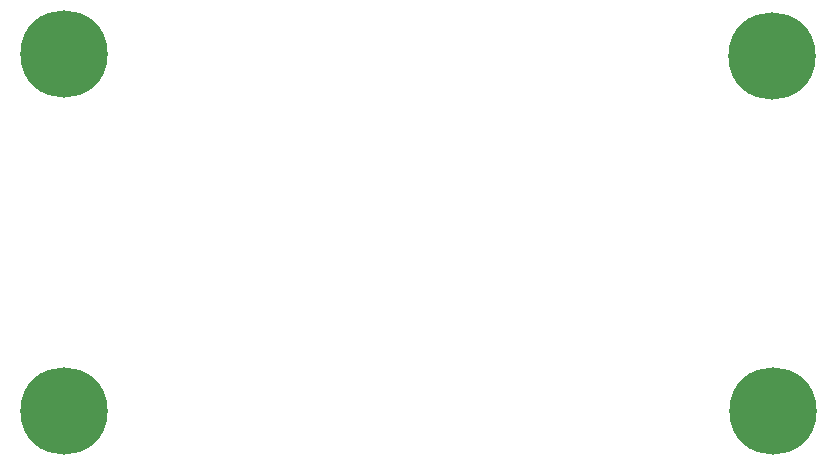
<source format=gbr>
G04 #@! TF.GenerationSoftware,KiCad,Pcbnew,(5.0.0-3-g5ebb6b6)*
G04 #@! TF.CreationDate,2019-05-02T12:54:52+02:00*
G04 #@! TF.ProjectId,Encoder assembly 1,456E636F64657220617373656D626C79,rev?*
G04 #@! TF.SameCoordinates,Original*
G04 #@! TF.FileFunction,Soldermask,Bot*
G04 #@! TF.FilePolarity,Negative*
%FSLAX46Y46*%
G04 Gerber Fmt 4.6, Leading zero omitted, Abs format (unit mm)*
G04 Created by KiCad (PCBNEW (5.0.0-3-g5ebb6b6)) date Thursday, 02 May 2019 at 12:54:52*
%MOMM*%
%LPD*%
G01*
G04 APERTURE LIST*
%ADD10C,7.400000*%
G04 APERTURE END LIST*
D10*
G04 #@! TO.C,REF\002A\002A*
X77600000Y-65700000D03*
G04 #@! TD*
G04 #@! TO.C,REF\002A\002A*
X77600000Y-95850000D03*
G04 #@! TD*
G04 #@! TO.C,REF\002A\002A*
X137650000Y-95900000D03*
G04 #@! TD*
G04 #@! TO.C,REF\002A\002A*
X137600000Y-65800000D03*
G04 #@! TD*
M02*

</source>
